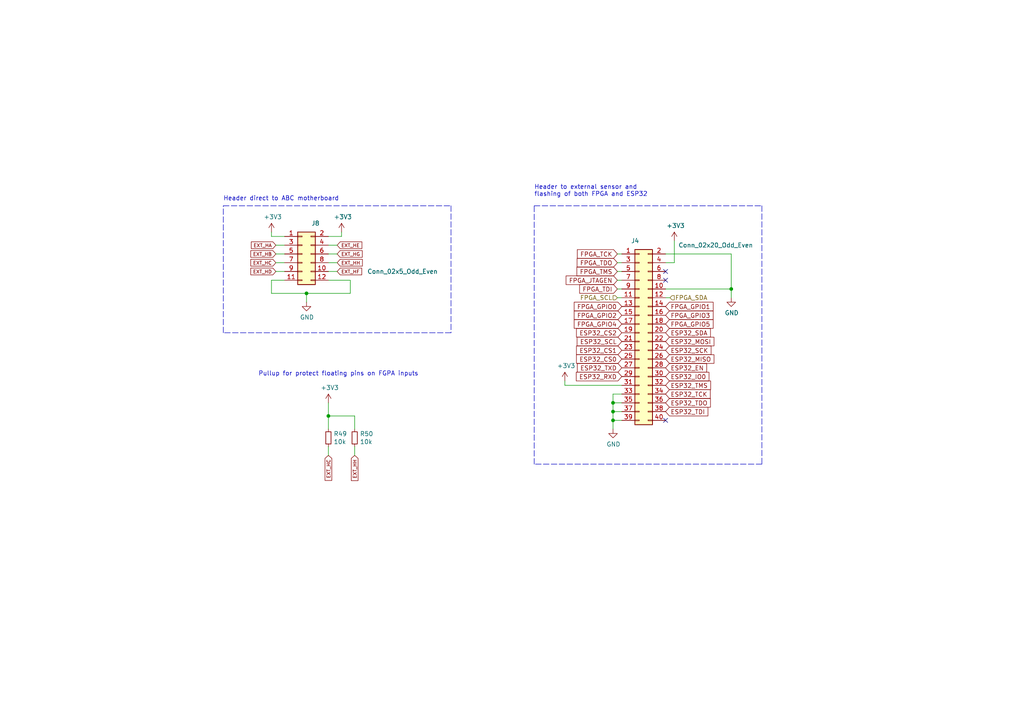
<source format=kicad_sch>
(kicad_sch (version 20211123) (generator eeschema)
  (paper "A4")
  (title_block (title "MAX80") (date "2021-02-22") (rev "0.01") (company "Peter o Per"))
  (lib_symbols
    (symbol "Connector_Generic:Conn_02x06_Odd_Even" (pin_names (offset 1.016) hide)
      (property "Reference" "J" (at 1.27 7.62 0))
      (property "Value" "Connector_Generic_Conn_02x06_Odd_Even" (at 1.27 -10.16 0))
      (symbol "Conn_02x06_Odd_Even_1_1"
        (rectangle (start -1.27 -7.493) (end 0 -7.747) (stroke (width 0.1524)))
        (rectangle (start -1.27 -4.953) (end 0 -5.207) (stroke (width 0.1524)))
        (rectangle (start -1.27 -2.413) (end 0 -2.667) (stroke (width 0.1524)))
        (rectangle (start -1.27 0.127) (end 0 -0.127) (stroke (width 0.1524)))
        (rectangle (start -1.27 2.667) (end 0 2.413) (stroke (width 0.1524)))
        (rectangle (start -1.27 5.207) (end 0 4.953) (stroke (width 0.1524)))
        (rectangle (start -1.27 6.35) (end 3.81 -8.89) (stroke (width 0.254)) (fill (type background)))
        (rectangle (start 3.81 -7.493) (end 2.54 -7.747) (stroke (width 0.1524)))
        (rectangle (start 3.81 -4.953) (end 2.54 -5.207) (stroke (width 0.1524)))
        (rectangle (start 3.81 -2.413) (end 2.54 -2.667) (stroke (width 0.1524)))
        (rectangle (start 3.81 0.127) (end 2.54 -0.127) (stroke (width 0.1524)))
        (rectangle (start 3.81 2.667) (end 2.54 2.413) (stroke (width 0.1524)))
        (rectangle (start 3.81 5.207) (end 2.54 4.953) (stroke (width 0.1524)))
        (pin passive line (at -5.08 5.08 0) (length 3.81) (name "Pin_1") (number "1"))
        (pin passive line (at 7.62 -5.08 180) (length 3.81) (name "Pin_10") (number "10"))
        (pin passive line (at -5.08 -7.62 0) (length 3.81) (name "Pin_11") (number "11"))
        (pin passive line (at 7.62 -7.62 180) (length 3.81) (name "Pin_12") (number "12"))
        (pin passive line (at 7.62 5.08 180) (length 3.81) (name "Pin_2") (number "2"))
        (pin passive line (at -5.08 2.54 0) (length 3.81) (name "Pin_3") (number "3"))
        (pin passive line (at 7.62 2.54 180) (length 3.81) (name "Pin_4") (number "4"))
        (pin passive line (at -5.08 0 0) (length 3.81) (name "Pin_5") (number "5"))
        (pin passive line (at 7.62 0 180) (length 3.81) (name "Pin_6") (number "6"))
        (pin passive line (at -5.08 -2.54 0) (length 3.81) (name "Pin_7") (number "7"))
        (pin passive line (at 7.62 -2.54 180) (length 3.81) (name "Pin_8") (number "8"))
        (pin passive line (at -5.08 -5.08 0) (length 3.81) (name "Pin_9") (number "9"))
      )
    )
    (symbol "Connector_Generic:Conn_02x20_Odd_Even" (pin_names (offset 1.016) hide)
      (property "Reference" "J" (at 1.27 25.4 0))
      (property "Value" "Connector_Generic_Conn_02x20_Odd_Even" (at 1.27 -27.94 0))
      (symbol "Conn_02x20_Odd_Even_1_1"
        (rectangle (start -1.27 -25.273) (end 0 -25.527) (stroke (width 0.1524)))
        (rectangle (start -1.27 -22.733) (end 0 -22.987) (stroke (width 0.1524)))
        (rectangle (start -1.27 -20.193) (end 0 -20.447) (stroke (width 0.1524)))
        (rectangle (start -1.27 -17.653) (end 0 -17.907) (stroke (width 0.1524)))
        (rectangle (start -1.27 -15.113) (end 0 -15.367) (stroke (width 0.1524)))
        (rectangle (start -1.27 -12.573) (end 0 -12.827) (stroke (width 0.1524)))
        (rectangle (start -1.27 -10.033) (end 0 -10.287) (stroke (width 0.1524)))
        (rectangle (start -1.27 -7.493) (end 0 -7.747) (stroke (width 0.1524)))
        (rectangle (start -1.27 -4.953) (end 0 -5.207) (stroke (width 0.1524)))
        (rectangle (start -1.27 -2.413) (end 0 -2.667) (stroke (width 0.1524)))
        (rectangle (start -1.27 0.127) (end 0 -0.127) (stroke (width 0.1524)))
        (rectangle (start -1.27 2.667) (end 0 2.413) (stroke (width 0.1524)))
        (rectangle (start -1.27 5.207) (end 0 4.953) (stroke (width 0.1524)))
        (rectangle (start -1.27 7.747) (end 0 7.493) (stroke (width 0.1524)))
        (rectangle (start -1.27 10.287) (end 0 10.033) (stroke (width 0.1524)))
        (rectangle (start -1.27 12.827) (end 0 12.573) (stroke (width 0.1524)))
        (rectangle (start -1.27 15.367) (end 0 15.113) (stroke (width 0.1524)))
        (rectangle (start -1.27 17.907) (end 0 17.653) (stroke (width 0.1524)))
        (rectangle (start -1.27 20.447) (end 0 20.193) (stroke (width 0.1524)))
        (rectangle (start -1.27 22.987) (end 0 22.733) (stroke (width 0.1524)))
        (rectangle (start -1.27 24.13) (end 3.81 -26.67) (stroke (width 0.254)) (fill (type background)))
        (rectangle (start 3.81 -25.273) (end 2.54 -25.527) (stroke (width 0.1524)))
        (rectangle (start 3.81 -22.733) (end 2.54 -22.987) (stroke (width 0.1524)))
        (rectangle (start 3.81 -20.193) (end 2.54 -20.447) (stroke (width 0.1524)))
        (rectangle (start 3.81 -17.653) (end 2.54 -17.907) (stroke (width 0.1524)))
        (rectangle (start 3.81 -15.113) (end 2.54 -15.367) (stroke (width 0.1524)))
        (rectangle (start 3.81 -12.573) (end 2.54 -12.827) (stroke (width 0.1524)))
        (rectangle (start 3.81 -10.033) (end 2.54 -10.287) (stroke (width 0.1524)))
        (rectangle (start 3.81 -7.493) (end 2.54 -7.747) (stroke (width 0.1524)))
        (rectangle (start 3.81 -4.953) (end 2.54 -5.207) (stroke (width 0.1524)))
        (rectangle (start 3.81 -2.413) (end 2.54 -2.667) (stroke (width 0.1524)))
        (rectangle (start 3.81 0.127) (end 2.54 -0.127) (stroke (width 0.1524)))
        (rectangle (start 3.81 2.667) (end 2.54 2.413) (stroke (width 0.1524)))
        (rectangle (start 3.81 5.207) (end 2.54 4.953) (stroke (width 0.1524)))
        (rectangle (start 3.81 7.747) (end 2.54 7.493) (stroke (width 0.1524)))
        (rectangle (start 3.81 10.287) (end 2.54 10.033) (stroke (width 0.1524)))
        (rectangle (start 3.81 12.827) (end 2.54 12.573) (stroke (width 0.1524)))
        (rectangle (start 3.81 15.367) (end 2.54 15.113) (stroke (width 0.1524)))
        (rectangle (start 3.81 17.907) (end 2.54 17.653) (stroke (width 0.1524)))
        (rectangle (start 3.81 20.447) (end 2.54 20.193) (stroke (width 0.1524)))
        (rectangle (start 3.81 22.987) (end 2.54 22.733) (stroke (width 0.1524)))
        (pin passive line (at -5.08 22.86 0) (length 3.81) (name "Pin_1") (number "1"))
        (pin passive line (at 7.62 12.7 180) (length 3.81) (name "Pin_10") (number "10"))
        (pin passive line (at -5.08 10.16 0) (length 3.81) (name "Pin_11") (number "11"))
        (pin passive line (at 7.62 10.16 180) (length 3.81) (name "Pin_12") (number "12"))
        (pin passive line (at -5.08 7.62 0) (length 3.81) (name "Pin_13") (number "13"))
        (pin passive line (at 7.62 7.62 180) (length 3.81) (name "Pin_14") (number "14"))
        (pin passive line (at -5.08 5.08 0) (length 3.81) (name "Pin_15") (number "15"))
        (pin passive line (at 7.62 5.08 180) (length 3.81) (name "Pin_16") (number "16"))
        (pin passive line (at -5.08 2.54 0) (length 3.81) (name "Pin_17") (number "17"))
        (pin passive line (at 7.62 2.54 180) (length 3.81) (name "Pin_18") (number "18"))
        (pin passive line (at -5.08 0 0) (length 3.81) (name "Pin_19") (number "19"))
        (pin passive line (at 7.62 22.86 180) (length 3.81) (name "Pin_2") (number "2"))
        (pin passive line (at 7.62 0 180) (length 3.81) (name "Pin_20") (number "20"))
        (pin passive line (at -5.08 -2.54 0) (length 3.81) (name "Pin_21") (number "21"))
        (pin passive line (at 7.62 -2.54 180) (length 3.81) (name "Pin_22") (number "22"))
        (pin passive line (at -5.08 -5.08 0) (length 3.81) (name "Pin_23") (number "23"))
        (pin passive line (at 7.62 -5.08 180) (length 3.81) (name "Pin_24") (number "24"))
        (pin passive line (at -5.08 -7.62 0) (length 3.81) (name "Pin_25") (number "25"))
        (pin passive line (at 7.62 -7.62 180) (length 3.81) (name "Pin_26") (number "26"))
        (pin passive line (at -5.08 -10.16 0) (length 3.81) (name "Pin_27") (number "27"))
        (pin passive line (at 7.62 -10.16 180) (length 3.81) (name "Pin_28") (number "28"))
        (pin passive line (at -5.08 -12.7 0) (length 3.81) (name "Pin_29") (number "29"))
        (pin passive line (at -5.08 20.32 0) (length 3.81) (name "Pin_3") (number "3"))
        (pin passive line (at 7.62 -12.7 180) (length 3.81) (name "Pin_30") (number "30"))
        (pin passive line (at -5.08 -15.24 0) (length 3.81) (name "Pin_31") (number "31"))
        (pin passive line (at 7.62 -15.24 180) (length 3.81) (name "Pin_32") (number "32"))
        (pin passive line (at -5.08 -17.78 0) (length 3.81) (name "Pin_33") (number "33"))
        (pin passive line (at 7.62 -17.78 180) (length 3.81) (name "Pin_34") (number "34"))
        (pin passive line (at -5.08 -20.32 0) (length 3.81) (name "Pin_35") (number "35"))
        (pin passive line (at 7.62 -20.32 180) (length 3.81) (name "Pin_36") (number "36"))
        (pin passive line (at -5.08 -22.86 0) (length 3.81) (name "Pin_37") (number "37"))
        (pin passive line (at 7.62 -22.86 180) (length 3.81) (name "Pin_38") (number "38"))
        (pin passive line (at -5.08 -25.4 0) (length 3.81) (name "Pin_39") (number "39"))
        (pin passive line (at 7.62 20.32 180) (length 3.81) (name "Pin_4") (number "4"))
        (pin passive line (at 7.62 -25.4 180) (length 3.81) (name "Pin_40") (number "40"))
        (pin passive line (at -5.08 17.78 0) (length 3.81) (name "Pin_5") (number "5"))
        (pin passive line (at 7.62 17.78 180) (length 3.81) (name "Pin_6") (number "6"))
        (pin passive line (at -5.08 15.24 0) (length 3.81) (name "Pin_7") (number "7"))
        (pin passive line (at 7.62 15.24 180) (length 3.81) (name "Pin_8") (number "8"))
        (pin passive line (at -5.08 12.7 0) (length 3.81) (name "Pin_9") (number "9"))
      )
    )
    (symbol "Device:R_Small" (pin_numbers hide) (pin_names (offset 0.254) hide)
      (property "Reference" "R" (at 0.762 0.508 0))
      (property "Value" "Device_R_Small" (at 0.762 -1.016 0))
      (symbol "R_Small_0_1"
        (rectangle (start -0.762 1.778) (end 0.762 -1.778) (stroke (width 0.2032)))
      )
      (symbol "R_Small_1_1"
        (pin passive line (at 0 2.54 270) (length 0.762) (name "~") (number "1"))
        (pin passive line (at 0 -2.54 90) (length 0.762) (name "~") (number "2"))
      )
    )
    (symbol "power:+3V3" (power) (pin_names (offset 0))
      (property "Value" "power_+3V3" (at 0 3.556 0))
      (symbol "+3V3_0_1"
        (polyline (pts (xy -0.762 1.27) (xy 0 2.54)))
        (polyline (pts (xy 0 0) (xy 0 2.54)))
        (polyline (pts (xy 0 2.54) (xy 0.762 1.27)))
      )
      (symbol "+3V3_1_1"
        (pin power_in line (at 0 0 90) (length 0) hide (name "+3V3") (number "1"))
      )
    )
    (symbol "power:GND" (power) (pin_names (offset 0))
      (property "Value" "power_GND" (at 0 -3.81 0))
      (symbol "GND_0_1"
        (polyline (pts (xy 0 0) (xy 0 -1.27) (xy 1.27 -1.27) (xy 0 -2.54) (xy -1.27 -1.27) (xy 0 -1.27)))
      )
      (symbol "GND_1_1"
        (pin power_in line (at 0 0 270) (length 0) hide (name "GND") (number "1"))
      )
    )
  )
  (junction (at 88.9 85.09))
  (junction (at 212.09 83.82))
  (junction (at 177.8 121.92))
  (junction (at 177.8 119.38))
  (junction (at 95.25 120.65))
  (junction (at 177.8 116.84))
  (no_connect (at 193.04 78.74))
  (no_connect (at 193.04 81.28))
  (no_connect (at 193.04 121.92))
  (wire (pts (xy 88.9 85.09) (xy 88.9 87.63)))
  (wire (pts (xy 95.25 73.66) (xy 97.79 73.66)))
  (wire (pts (xy 179.07 76.2) (xy 180.34 76.2)))
  (wire (pts (xy 80.01 73.66) (xy 82.55 73.66)))
  (wire (pts (xy 177.8 119.38) (xy 180.34 119.38)))
  (wire (pts (xy 177.8 116.84) (xy 180.34 116.84)))
  (wire (pts (xy 95.25 71.12) (xy 97.79 71.12)))
  (polyline (pts (xy 154.94 134.62) (xy 154.94 59.69)))
  (wire (pts (xy 212.09 83.82) (xy 212.09 86.36)))
  (wire (pts (xy 163.83 110.49) (xy 163.83 111.76)))
  (wire (pts (xy 177.8 114.3) (xy 177.8 116.84)))
  (wire (pts (xy 179.07 86.36) (xy 180.34 86.36)))
  (wire (pts (xy 193.04 86.36) (xy 194.31 86.36)))
  (polyline (pts (xy 220.98 134.62) (xy 154.94 134.62)))
  (wire (pts (xy 212.09 73.66) (xy 212.09 83.82)))
  (wire (pts (xy 179.07 78.74) (xy 180.34 78.74)))
  (wire (pts (xy 163.83 111.76) (xy 180.34 111.76)))
  (wire (pts (xy 95.25 129.54) (xy 95.25 132.08)))
  (wire (pts (xy 80.01 71.12) (xy 82.55 71.12)))
  (wire (pts (xy 95.25 76.2) (xy 97.79 76.2)))
  (wire (pts (xy 95.25 120.65) (xy 95.25 116.84)))
  (polyline (pts (xy 64.77 59.69) (xy 130.81 59.69)))
  (wire (pts (xy 78.74 67.31) (xy 78.74 68.58)))
  (wire (pts (xy 177.8 116.84) (xy 177.8 119.38)))
  (wire (pts (xy 78.74 81.28) (xy 78.74 85.09)))
  (wire (pts (xy 195.58 76.2) (xy 195.58 69.85)))
  (wire (pts (xy 95.25 68.58) (xy 99.06 68.58)))
  (polyline (pts (xy 130.81 96.52) (xy 64.77 96.52)))
  (wire (pts (xy 99.06 68.58) (xy 99.06 67.31)))
  (wire (pts (xy 179.07 81.28) (xy 180.34 81.28)))
  (wire (pts (xy 179.07 73.66) (xy 180.34 73.66)))
  (wire (pts (xy 180.34 114.3) (xy 177.8 114.3)))
  (wire (pts (xy 193.04 76.2) (xy 195.58 76.2)))
  (polyline (pts (xy 154.94 59.69) (xy 220.98 59.69)))
  (wire (pts (xy 95.25 120.65) (xy 102.87 120.65)))
  (wire (pts (xy 80.01 78.74) (xy 82.55 78.74)))
  (wire (pts (xy 82.55 81.28) (xy 78.74 81.28)))
  (wire (pts (xy 95.25 78.74) (xy 97.79 78.74)))
  (wire (pts (xy 177.8 121.92) (xy 177.8 124.46)))
  (wire (pts (xy 101.6 81.28) (xy 95.25 81.28)))
  (wire (pts (xy 177.8 121.92) (xy 180.34 121.92)))
  (wire (pts (xy 88.9 85.09) (xy 101.6 85.09)))
  (wire (pts (xy 193.04 73.66) (xy 212.09 73.66)))
  (wire (pts (xy 78.74 85.09) (xy 88.9 85.09)))
  (wire (pts (xy 101.6 85.09) (xy 101.6 81.28)))
  (wire (pts (xy 177.8 119.38) (xy 177.8 121.92)))
  (wire (pts (xy 80.01 76.2) (xy 82.55 76.2)))
  (wire (pts (xy 78.74 68.58) (xy 82.55 68.58)))
  (wire (pts (xy 102.87 120.65) (xy 102.87 124.46)))
  (wire (pts (xy 179.07 83.82) (xy 180.34 83.82)))
  (wire (pts (xy 102.87 129.54) (xy 102.87 132.08)))
  (polyline (pts (xy 220.98 59.69) (xy 220.98 134.62)))
  (polyline (pts (xy 130.81 59.69) (xy 130.81 96.52)))
  (wire (pts (xy 193.04 83.82) (xy 212.09 83.82)))
  (polyline (pts (xy 64.77 96.52) (xy 64.77 59.69)))
  (wire (pts (xy 95.25 120.65) (xy 95.25 124.46)))
  (text "Header to external sensor and\nflashing of both FPGA and ESP32" (at 154.94 57.15 0) (effects (font (size 1.27 1.27)) (justify left bottom)))
  (text "Pullup for protect floating pins on FGPA inputs" (at 74.93 109.22 0) (effects (font (size 1.27 1.27)) (justify left bottom)))
  (text "Header direct to ABC motherboard" (at 64.77 58.42 0) (effects (font (size 1.27 1.27)) (justify left bottom)))
  (global_label "ESP32_TCK" (shape input) (at 193.04 114.3 0) (property "Intersheet References" "${INTERSHEET_REFS}" (effects hide)))
  (global_label "ESP32_IO0" (shape input) (at 193.04 109.22 0) (property "Intersheet References" "${INTERSHEET_REFS}" (effects hide)))
  (global_label "ESP32_TDI" (shape input) (at 193.04 119.38 0) (property "Intersheet References" "${INTERSHEET_REFS}" (effects hide)))
  (global_label "FPGA_TMS" (shape input) (at 179.07 78.74 180) (property "Intersheet References" "${INTERSHEET_REFS}" (effects hide)))
  (global_label "FPGA_TCK" (shape input) (at 179.07 73.66 180) (property "Intersheet References" "${INTERSHEET_REFS}" (effects hide)))
  (global_label "FPGA_GPIO2" (shape input) (at 180.34 91.44 180) (property "Intersheet References" "${INTERSHEET_REFS}" (effects hide)))
  (global_label "ESP32_CS0" (shape input) (at 180.34 104.14 180) (property "Intersheet References" "${INTERSHEET_REFS}" (effects hide)))
  (global_label "FPGA_TDI" (shape input) (at 179.07 83.82 180) (property "Intersheet References" "${INTERSHEET_REFS}" (effects hide)))
  (global_label "FPGA_GPIO0" (shape input) (at 180.34 88.9 180) (property "Intersheet References" "${INTERSHEET_REFS}" (effects hide)))
  (global_label "FPGA_GPIO4" (shape input) (at 180.34 93.98 180) (property "Intersheet References" "${INTERSHEET_REFS}" (effects hide)))
  (global_label "FPGA_TDO" (shape input) (at 179.07 76.2 180) (property "Intersheet References" "${INTERSHEET_REFS}" (effects hide)))
  (global_label "FPGA_GPIO5" (shape input) (at 193.04 93.98 0) (property "Intersheet References" "${INTERSHEET_REFS}" (effects hide)))
  (global_label "ESP32_TDO" (shape input) (at 193.04 116.84 0) (property "Intersheet References" "${INTERSHEET_REFS}" (effects hide)))
  (global_label "ESP32_TXD" (shape input) (at 180.34 106.68 180) (property "Intersheet References" "${INTERSHEET_REFS}" (effects hide)))
  (global_label "ESP32_EN" (shape input) (at 193.04 106.68 0) (property "Intersheet References" "${INTERSHEET_REFS}" (effects hide)))
  (global_label "EXT_HC" (shape input) (at 95.25 132.08 270) (effects (font (size 0.9906 0.9906))) (property "Intersheet References" "${INTERSHEET_REFS}" (effects hide)))
  (global_label "ESP32_RXD" (shape input) (at 180.34 109.22 180) (property "Intersheet References" "${INTERSHEET_REFS}" (effects hide)))
  (global_label "EXT_HG" (shape input) (at 97.79 73.66 0) (effects (font (size 0.9906 0.9906))) (property "Intersheet References" "${INTERSHEET_REFS}" (effects hide)))
  (global_label "ESP32_SDA" (shape input) (at 193.04 96.52 0) (property "Intersheet References" "${INTERSHEET_REFS}" (effects hide)))
  (global_label "EXT_HF" (shape input) (at 97.79 78.74 0) (effects (font (size 0.9906 0.9906))) (property "Intersheet References" "${INTERSHEET_REFS}" (effects hide)))
  (global_label "EXT_HE" (shape input) (at 97.79 71.12 0) (effects (font (size 0.9906 0.9906))) (property "Intersheet References" "${INTERSHEET_REFS}" (effects hide)))
  (global_label "EXT_HD" (shape input) (at 80.01 78.74 180) (effects (font (size 0.9906 0.9906))) (property "Intersheet References" "${INTERSHEET_REFS}" (effects hide)))
  (global_label "EXT_HB" (shape input) (at 80.01 73.66 180) (effects (font (size 0.9906 0.9906))) (property "Intersheet References" "${INTERSHEET_REFS}" (effects hide)))
  (global_label "ESP32_TMS" (shape input) (at 193.04 111.76 0) (property "Intersheet References" "${INTERSHEET_REFS}" (effects hide)))
  (global_label "EXT_HC" (shape input) (at 80.01 76.2 180) (effects (font (size 0.9906 0.9906))) (property "Intersheet References" "${INTERSHEET_REFS}" (effects hide)))
  (global_label "ESP32_SCK" (shape input) (at 193.04 101.6 0) (property "Intersheet References" "${INTERSHEET_REFS}" (effects hide)))
  (global_label "ESP32_MOSI" (shape input) (at 193.04 99.06 0) (property "Intersheet References" "${INTERSHEET_REFS}" (effects hide)))
  (global_label "ESP32_MISO" (shape input) (at 193.04 104.14 0) (property "Intersheet References" "${INTERSHEET_REFS}" (effects hide)))
  (global_label "EXT_HH" (shape input) (at 102.87 132.08 270) (effects (font (size 0.9906 0.9906))) (property "Intersheet References" "${INTERSHEET_REFS}" (effects hide)))
  (global_label "FPGA_JTAGEN" (shape input) (at 179.07 81.28 180) (property "Intersheet References" "${INTERSHEET_REFS}" (effects hide)))
  (global_label "ESP32_CS2" (shape input) (at 180.34 96.52 180) (property "Intersheet References" "${INTERSHEET_REFS}" (effects hide)))
  (global_label "FPGA_GPIO3" (shape input) (at 193.04 91.44 0) (property "Intersheet References" "${INTERSHEET_REFS}" (effects hide)))
  (global_label "EXT_HA" (shape input) (at 80.01 71.12 180) (effects (font (size 0.9906 0.9906))) (property "Intersheet References" "${INTERSHEET_REFS}" (effects hide)))
  (global_label "ESP32_CS1" (shape input) (at 180.34 101.6 180) (property "Intersheet References" "${INTERSHEET_REFS}" (effects hide)))
  (global_label "FPGA_GPIO1" (shape input) (at 193.04 88.9 0) (property "Intersheet References" "${INTERSHEET_REFS}" (effects hide)))
  (global_label "EXT_HH" (shape input) (at 97.79 76.2 0) (effects (font (size 0.9906 0.9906))) (property "Intersheet References" "${INTERSHEET_REFS}" (effects hide)))
  (global_label "ESP32_SCL" (shape input) (at 180.34 99.06 180) (property "Intersheet References" "${INTERSHEET_REFS}" (effects hide)))
  (hierarchical_label "FPGA_SDA" (shape input) (at 194.31 86.36 0))
  (hierarchical_label "FPGA_SCL" (shape input) (at 179.07 86.36 180))
  (symbol (lib_id "Connector_Generic:Conn_02x20_Odd_Even") (at 185.42 96.52 0) (unit 1)
    (property "Reference" "J4" (at 185.42 69.85 0) (effects (justify right)))
    (property "Value" "Conn_02x20_Odd_Even" (at 218.44 71.12 0) (effects (justify right)))
    (property "Footprint" "Connector_PinHeader_2.54mm:PinHeader_2x20_P2.54mm_Horizontal" (effects hide))
  )
  (symbol (lib_id "power:GND") (at 212.09 86.36 0) (unit 1)
    (property "Reference" "#PWR0129" (effects hide))
    (property "Value" "GND" (at 212.217 90.7542 0))
  )
  (symbol (lib_id "power:+3V3") (at 195.58 69.85 0) (unit 1)
    (property "Reference" "#PWR0130" (effects hide))
    (property "Value" "+3V3" (at 195.961 65.4558 0))
  )
  (symbol (lib_id "Connector_Generic:Conn_02x06_Odd_Even") (at 87.63 73.66 0) (unit 1)
    (property "Reference" "J8" (at 92.71 64.77 0) (effects (justify right)))
    (property "Value" "Conn_02x5_Odd_Even" (at 127 78.74 0) (effects (justify right)))
    (property "Footprint" "Connector_PinHeader_2.54mm:PinHeader_2x06_P2.54mm_Vertical" (effects hide))
  )
  (symbol (lib_id "power:+3V3") (at 163.83 110.49 0) (unit 1)
    (property "Reference" "#PWR0146" (effects hide))
    (property "Value" "+3V3" (at 164.211 106.0958 0))
  )
  (symbol (lib_id "power:GND") (at 177.8 124.46 0) (unit 1)
    (property "Reference" "#PWR0147" (effects hide))
    (property "Value" "GND" (at 177.927 128.8542 0))
  )
  (symbol (lib_id "power:+3V3") (at 78.74 67.31 0) (unit 1)
    (property "Reference" "#PWR0235" (effects hide))
    (property "Value" "+3V3" (at 79.121 62.9158 0))
  )
  (symbol (lib_id "power:GND") (at 88.9 87.63 0) (unit 1)
    (property "Reference" "#PWR0236" (effects hide))
    (property "Value" "GND" (at 89.027 92.0242 0))
  )
  (symbol (lib_id "power:+3V3") (at 99.06 67.31 0) (unit 1)
    (property "Reference" "#PWR0237" (effects hide))
    (property "Value" "+3V3" (at 99.441 62.9158 0))
  )
  (symbol (lib_id "Device:R_Small") (at 95.25 127 0) (unit 1)
    (property "Reference" "R49" (at 96.7486 125.8316 0) (effects (justify left)))
    (property "Value" "10k" (at 96.7486 128.143 0) (effects (justify left)))
    (property "Footprint" "Resistor_SMD:R_0402_1005Metric" (effects hide))
    (property "LCSC" "C25744" (effects hide))
  )
  (symbol (lib_id "Device:R_Small") (at 102.87 127 0) (unit 1)
    (property "Reference" "R50" (at 104.3686 125.8316 0) (effects (justify left)))
    (property "Value" "10k" (at 104.3686 128.143 0) (effects (justify left)))
    (property "Footprint" "Resistor_SMD:R_0402_1005Metric" (effects hide))
    (property "LCSC" "C25744" (effects hide))
  )
  (symbol (lib_id "power:+3V3") (at 95.25 116.84 0) (unit 1)
    (property "Reference" "#PWR06" (effects hide))
    (property "Value" "+3V3" (at 95.631 112.4458 0))
  )
)
</source>
